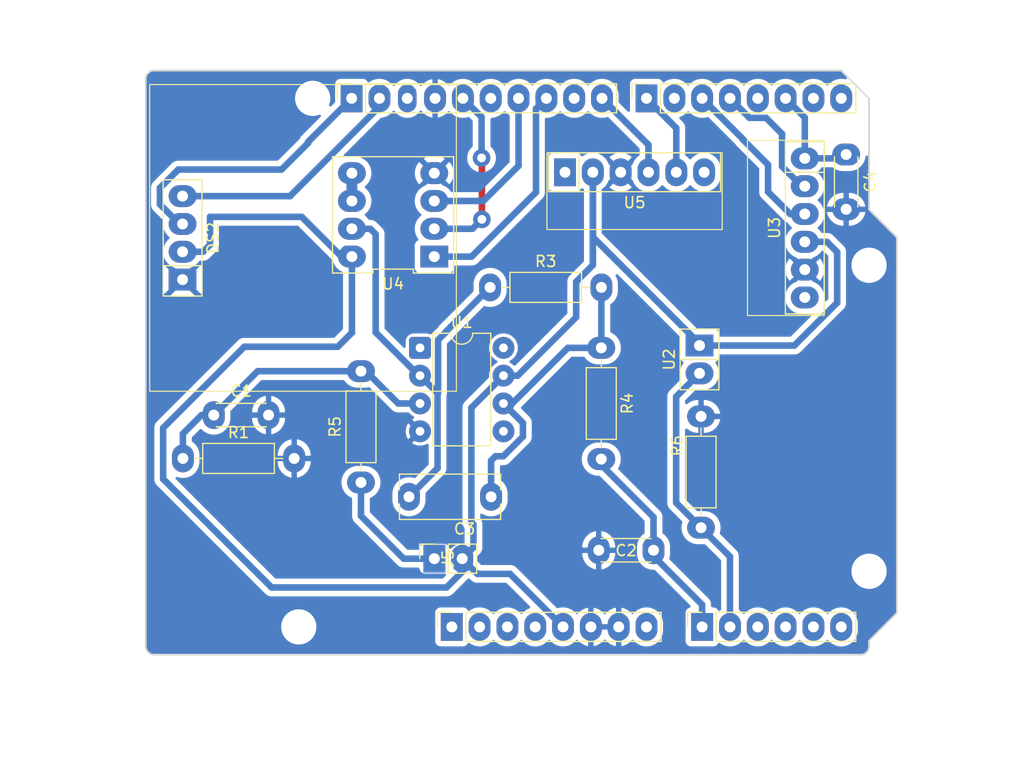
<source format=kicad_pcb>
(kicad_pcb (version 20241229) (generator "pcbnew") (generator_version "9.0")
  (title_block (title "PCB Capteur en graphite") (date "2025-03-27") (company "INSA Toulouse") (comment 1 "Gomes Correia Joakim") (comment 2 "Sauviac Lucie") (comment 3 "Poujol Nicolas"))
  (layers (0 "F.Cu" signal) (2 "B.Cu" signal) (13 "F.Paste" user) (15 "B.Paste" user) (5 "F.SilkS" user "F.Silkscreen") (7 "B.SilkS" user "B.Silkscreen") (1 "F.Mask" user) (3 "B.Mask" user) (25 "Edge.Cuts" user))
  (net 0 "")
  (net 1 "GND")
  (net 3 "+5V")
  (net 4 "/IOREF")
  (net 5 "FS_ADC")
  (net 6 "/A2")
  (net 7 "/A3")
  (net 8 "CLK")
  (net 9 "SCL")
  (net 10 "SDA")
  (net 11 "/12")
  (net 12 "/AREF")
  (net 13 "SDI")
  (net 14 "/TX{slash}1")
  (net 15 "SCK")
  (net 16 "CS")
  (net 17 "TX")
  (net 18 "RX")
  (net 19 "DATA")
  (net 20 "/*6")
  (net 21 "SWITCH")
  (net 22 "/RX{slash}0")
  (net 23 "/*3")
  (net 24 "/*9")
  (net 25 "+3V3")
  (net 26 "VCC")
  (net 27 "/~{RESET}")
  (net 28 "Net-(U1-+)")
  (net 29 "ADC")
  (net 30 "Net-(C3-Pad2)")
  (net 31 "Net-(J5-Pin_1)")
  (net 35 "B")
  (net 36 "Net-(U4-P0A)")
  (footprint "Connector_PinSocket_2.54mm:PinSocket_1x08_P2.54mm_Vertical" (layer "F.Cu") (at 127.94 97.46 90)
    (property "Reference" "J1" (hide yes))
    (property "Value" "Power")
    (fp_line (start 1.33 -1.33) (end 1.33 0) (stroke (width 0.12)) (layer "F.SilkS"))
    (fp_line (start 0 -1.33) (end 1.33 -1.33) (stroke (width 0.12)) (layer "F.SilkS"))
    (fp_line (start 1.33 1.27) (end 1.33 19.11) (stroke (width 0.12)) (layer "F.SilkS"))
    (fp_line (start -1.33 1.27) (end 1.33 1.27) (stroke (width 0.12)) (layer "F.SilkS"))
    (fp_line (start -1.33 1.27) (end -1.33 19.11) (stroke (width 0.12)) (layer "F.SilkS"))
    (fp_line (start -1.33 19.11) (end 1.33 19.11) (stroke (width 0.12)) (layer "F.SilkS"))
    (pad "1" thru_hole rect (at 0 0 90) (size 2.54 2) (drill 1) (layers "*.Cu" "*.Mask"))
    (pad "2" thru_hole oval (at 0 2.54 90) (size 2.54 2) (drill 1) (layers "*.Cu" "*.Mask") (net 4 "/IOREF"))
    (pad "3" thru_hole oval (at 0 5.08 90) (size 2.54 2) (drill 1) (layers "*.Cu" "*.Mask") (net 27 "/~{RESET}"))
    (pad "4" thru_hole oval (at 0 7.62 90) (size 2.54 2) (drill 1) (layers "*.Cu" "*.Mask") (net 25 "+3V3"))
    (pad "5" thru_hole oval (at 0 10.16 90) (size 2.54 2) (drill 1) (layers "*.Cu" "*.Mask") (net 3 "+5V"))
    (pad "6" thru_hole oval (at 0 12.7 90) (size 2.54 2) (drill 1) (layers "*.Cu" "*.Mask") (net 1 "GND"))
    (pad "7" thru_hole oval (at 0 15.24 90) (size 2.54 2) (drill 1) (layers "*.Cu" "*.Mask") (net 1 "GND"))
    (pad "8" thru_hole oval (at 0 17.78 90) (size 2.54 2) (drill 1) (layers "*.Cu" "*.Mask") (net 26 "VCC"))
  )
  (footprint "Connector_PinSocket_2.54mm:PinSocket_1x06_P2.54mm_Vertical" (layer "F.Cu") (at 150.8 97.46 90)
    (property "Reference" "J3" (hide yes))
    (property "Value" "Analog")
    (fp_line (start 1.33 -1.33) (end 1.33 0) (stroke (width 0.12)) (layer "F.SilkS"))
    (fp_line (start 0 -1.33) (end 1.33 -1.33) (stroke (width 0.12)) (layer "F.SilkS"))
    (fp_line (start 1.33 1.27) (end 1.33 14.03) (stroke (width 0.12)) (layer "F.SilkS"))
    (fp_line (start -1.33 1.27) (end 1.33 1.27) (stroke (width 0.12)) (layer "F.SilkS"))
    (fp_line (start -1.33 1.27) (end -1.33 14.03) (stroke (width 0.12)) (layer "F.SilkS"))
    (fp_line (start -1.33 14.03) (end 1.33 14.03) (stroke (width 0.12)) (layer "F.SilkS"))
    (pad "1" thru_hole rect (at 0 0 90) (size 2.54 2) (drill 1) (layers "*.Cu" "*.Mask") (net 29 "ADC"))
    (pad "2" thru_hole oval (at 0 2.54 90) (size 2.54 2) (drill 1) (layers "*.Cu" "*.Mask") (net 5 "FS_ADC"))
    (pad "3" thru_hole oval (at 0 5.08 90) (size 2.54 2) (drill 1) (layers "*.Cu" "*.Mask") (net 6 "/A2"))
    (pad "4" thru_hole oval (at 0 7.62 90) (size 2.54 2) (drill 1) (layers "*.Cu" "*.Mask") (net 7 "/A3"))
    (pad "5" thru_hole oval (at 0 10.16 90) (size 2.54 2) (drill 1) (layers "*.Cu" "*.Mask") (net 10 "SDA"))
    (pad "6" thru_hole oval (at 0 12.7 90) (size 2.54 2) (drill 1) (layers "*.Cu" "*.Mask") (net 9 "SCL"))
  )
  (footprint "Connector_PinSocket_2.54mm:PinSocket_1x10_P2.54mm_Vertical" (layer "F.Cu") (at 118.796 49.2 90)
    (property "Reference" "J2" (hide yes))
    (property "Value" "Digital/PWM")
    (fp_line (start 1.33 -1.33) (end 1.33 0) (stroke (width 0.12)) (layer "F.SilkS"))
    (fp_line (start 0 -1.33) (end 1.33 -1.33) (stroke (width 0.12)) (layer "F.SilkS"))
    (fp_line (start 1.33 1.27) (end 1.33 24.19) (stroke (width 0.12)) (layer "F.SilkS"))
    (fp_line (start -1.33 1.27) (end 1.33 1.27) (stroke (width 0.12)) (layer "F.SilkS"))
    (fp_line (start -1.33 1.27) (end -1.33 24.19) (stroke (width 0.12)) (layer "F.SilkS"))
    (fp_line (start -1.33 24.19) (end 1.33 24.19) (stroke (width 0.12)) (layer "F.SilkS"))
    (pad "1" thru_hole rect (at 0 0 90) (size 2.54 2) (drill 1) (layers "*.Cu" "*.Mask") (net 9 "SCL"))
    (pad "2" thru_hole oval (at 0 2.54 90) (size 2.54 2) (drill 1) (layers "*.Cu" "*.Mask") (net 10 "SDA"))
    (pad "3" thru_hole oval (at 0 5.08 90) (size 2.54 1.7) (drill 1) (layers "*.Cu" "*.Mask") (net 12 "/AREF"))
    (pad "4" thru_hole oval (at 0 7.62 90) (size 2.54 2) (drill 1) (layers "*.Cu" "*.Mask") (net 1 "GND"))
    (pad "5" thru_hole oval (at 0 10.16 90) (size 2.54 2) (drill 1) (layers "*.Cu" "*.Mask") (net 15 "SCK"))
    (pad "6" thru_hole oval (at 0 12.7 90) (size 2.54 2) (drill 1) (layers "*.Cu" "*.Mask") (net 11 "/12"))
    (pad "7" thru_hole oval (at 0 15.24 90) (size 2.54 2) (drill 1) (layers "*.Cu" "*.Mask") (net 13 "SDI"))
    (pad "8" thru_hole oval (at 0 17.78 90) (size 2.54 2) (drill 1) (layers "*.Cu" "*.Mask") (net 16 "CS"))
    (pad "9" thru_hole oval (at 0 20.32 90) (size 2.54 2) (drill 1) (layers "*.Cu" "*.Mask") (net 24 "/*9"))
    (pad "10" thru_hole oval (at 0 22.86 90) (size 2.54 2) (drill 1) (layers "*.Cu" "*.Mask") (net 17 "TX"))
  )
  (footprint "Connector_PinSocket_2.54mm:PinSocket_1x08_P2.54mm_Vertical" (layer "F.Cu") (at 145.72 49.2 90)
    (property "Reference" "J4" (hide yes))
    (property "Value" "Digital/PWM")
    (fp_line (start 1.33 -1.33) (end 1.33 0) (stroke (width 0.12)) (layer "F.SilkS"))
    (fp_line (start 0 -1.33) (end 1.33 -1.33) (stroke (width 0.12)) (layer "F.SilkS"))
    (fp_line (start 1.33 1.27) (end 1.33 19.11) (stroke (width 0.12)) (layer "F.SilkS"))
    (fp_line (start -1.33 1.27) (end 1.33 1.27) (stroke (width 0.12)) (layer "F.SilkS"))
    (fp_line (start -1.33 1.27) (end -1.33 19.11) (stroke (width 0.12)) (layer "F.SilkS"))
    (fp_line (start -1.33 19.11) (end 1.33 19.11) (stroke (width 0.12)) (layer "F.SilkS"))
    (pad "1" thru_hole rect (at 0 0 90) (size 2.54 2) (drill 1) (layers "*.Cu" "*.Mask") (net 18 "RX"))
    (pad "2" thru_hole oval (at 0 2.54 90) (size 2.54 2) (drill 1) (layers "*.Cu" "*.Mask") (net 20 "/*6"))
    (pad "3" thru_hole oval (at 0 5.08 90) (size 2.54 2) (drill 1) (layers "*.Cu" "*.Mask") (net 21 "SWITCH"))
    (pad "4" thru_hole oval (at 0 7.62 90) (size 2.54 2) (drill 1) (layers "*.Cu" "*.Mask") (net 19 "DATA"))
    (pad "5" thru_hole oval (at 0 10.16 90) (size 2.54 2) (drill 1) (layers "*.Cu" "*.Mask") (net 23 "/*3"))
    (pad "6" thru_hole oval (at 0 12.7 90) (size 2.54 2) (drill 1) (layers "*.Cu" "*.Mask") (net 8 "CLK"))
    (pad "7" thru_hole oval (at 0 15.24 90) (size 2.54 2) (drill 1) (layers "*.Cu" "*.Mask") (net 14 "/TX{slash}1"))
    (pad "8" thru_hole oval (at 0 17.78 90) (size 2.54 2) (drill 1) (layers "*.Cu" "*.Mask") (net 22 "/RX{slash}0"))
  )
  (footprint "ma_lib_empreinte:flex_sensor" (layer "F.Cu") (at 150.56 73.04 -90)
    (property "Reference" "U2" (at 0 2.77 90) (layer "F.SilkS"))
    (property "Value" "~")
    (fp_line (start -2.77 1.77) (end -2.77 -1.77) (stroke (width 0.12)) (layer "F.SilkS"))
    (fp_line (start 2.77 1.77) (end -2.77 1.77) (stroke (width 0.12)) (layer "F.SilkS"))
    (fp_line (start -2.77 -1.77) (end 2.77 -1.77) (stroke (width 0.12)) (layer "F.SilkS"))
    (fp_line (start 0 -1.77) (end 0 1.77) (stroke (width 0.12)) (layer "F.SilkS"))
    (fp_line (start 2.77 -1.77) (end 2.77 1.77) (stroke (width 0.12)) (layer "F.SilkS"))
    (pad "1" thru_hole rect (at -1.27 0 270) (size 2 2.54) (drill 1) (layers "*.Cu" "*.Mask") (net 3 "+5V"))
    (pad "2" thru_hole oval (at 1.27 0 270) (size 2 2.54) (drill 1) (layers "*.Cu" "*.Mask") (net 5 "FS_ADC"))
  )
  (footprint "ma_lib_empreinte:Bluetooth" (layer "F.Cu") (at 144.13 54.22)
    (property "Reference" "U5" (at 0.5 4.5 0) (layer "F.SilkS"))
    (property "Value" "U3 Bluetooth")
    (fp_line (start -7.35 -0.04) (end 8.35 -0.04) (stroke (width 0.12)) (layer "F.SilkS"))
    (fp_line (start -7.35 3.5) (end -7.35 -0.04) (stroke (width 0.12)) (layer "F.SilkS"))
    (fp_line (start -4.58 -0.04) (end -4.58 3.5) (stroke (width 0.12)) (layer "F.SilkS"))
    (fp_line (start 8.35 -0.04) (end 8.35 3.5) (stroke (width 0.12)) (layer "F.SilkS"))
    (fp_line (start 8.35 3.5) (end -7.35 3.5) (stroke (width 0.12)) (layer "F.SilkS"))
    (fp_rect (start -7.5 -0.04) (end 8.5 6.96) (stroke (width 0.1)) (fill no) (layer "F.SilkS"))
    (pad "1" thru_hole rect (at -5.85 1.73) (size 2 2.54) (drill 1) (layers "*.Cu" "*.Mask"))
    (pad "2" thru_hole oval (at -3.31 1.73) (size 2 2.54) (drill 1) (layers "*.Cu" "*.Mask") (net 3 "+5V"))
    (pad "3" thru_hole oval (at -0.77 1.73) (size 2 2.54) (drill 1) (layers "*.Cu" "*.Mask") (net 1 "GND"))
    (pad "4" thru_hole oval (at 1.77 1.73) (size 2 2.54) (drill 1) (layers "*.Cu" "*.Mask") (net 17 "TX"))
    (pad "5" thru_hole oval (at 4.31 1.73) (size 2 2.54) (drill 1) (layers "*.Cu" "*.Mask") (net 18 "RX"))
    (pad "6" thru_hole oval (at 6.85 1.73) (size 2 2.54) (drill 1) (layers "*.Cu" "*.Mask"))
  )
  (footprint "Resistor_THT:R_Axial_DIN0207_L6.3mm_D2.5mm_P10.16mm_Horizontal" (layer "F.Cu") (at 150.7 88.4 90)
    (property "Reference" "R6" (at 7.48 -2.19 90) (layer "F.SilkS"))
    (property "Value" "47k")
    (fp_line (start 8.35 -1.37) (end 1.81 -1.37) (stroke (width 0.12)) (layer "F.SilkS"))
    (fp_line (start 1.81 -1.37) (end 1.81 1.37) (stroke (width 0.12)) (layer "F.SilkS"))
    (fp_line (start 9.12 0) (end 8.35 0) (stroke (width 0.12)) (layer "F.SilkS"))
    (fp_line (start 1.04 0) (end 1.81 0) (stroke (width 0.12)) (layer "F.SilkS"))
    (fp_line (start 8.35 1.37) (end 8.35 -1.37) (stroke (width 0.12)) (layer "F.SilkS"))
    (fp_line (start 1.81 1.37) (end 8.35 1.37) (stroke (width 0.12)) (layer "F.SilkS"))
    (pad "1" thru_hole oval (at 0 0 90) (size 2 2.54) (drill 1) (layers "*.Cu" "*.Mask") (net 5 "FS_ADC"))
    (pad "2" thru_hole oval (at 10.16 0 90) (size 2 2.54) (drill 1) (layers "*.Cu" "*.Mask") (net 1 "GND"))
  )
  (footprint "Resistor_THT:R_Axial_DIN0207_L6.3mm_D2.5mm_P10.16mm_Horizontal" (layer "F.Cu") (at 141.59 71.98 -90)
    (property "Reference" "R4" (at 5.08 -2.37 90) (layer "F.SilkS"))
    (property "Value" "1k")
    (fp_line (start 1.81 1.37) (end 8.35 1.37) (stroke (width 0.12)) (layer "F.SilkS"))
    (fp_line (start 8.35 1.37) (end 8.35 -1.37) (stroke (width 0.12)) (layer "F.SilkS"))
    (fp_line (start 1.04 0) (end 1.81 0) (stroke (width 0.12)) (layer "F.SilkS"))
    (fp_line (start 9.12 0) (end 8.35 0) (stroke (width 0.12)) (layer "F.SilkS"))
    (fp_line (start 1.81 -1.37) (end 1.81 1.37) (stroke (width 0.12)) (layer "F.SilkS"))
    (fp_line (start 8.35 -1.37) (end 1.81 -1.37) (stroke (width 0.12)) (layer "F.SilkS"))
    (pad "1" thru_hole oval (at 0 0 270) (size 2 2.54) (drill 1) (layers "*.Cu" "*.Mask") (net 30 "Net-(C3-Pad2)"))
    (pad "2" thru_hole oval (at 10.16 0 270) (size 2 2.54) (drill 1) (layers "*.Cu" "*.Mask") (net 29 "ADC"))
  )
  (footprint "ma_lib_empreinte:pot_dig" (layer "F.Cu") (at 122.58 59.84 90)
    (property "Reference" "U4" (at -6.31 0 0) (layer "F.SilkS"))
    (property "Value" "~")
    (fp_line (start 5.31 -5.53) (end -5.31 -5.53) (stroke (width 0.12)) (layer "F.SilkS"))
    (fp_line (start -5.31 -5.53) (end -5.31 -1.843333) (stroke (width 0.12)) (layer "F.SilkS"))
    (fp_line (start -4.95 -1.843333) (end -4.95 1.843333) (stroke (width 0.12)) (layer "F.SilkS"))
    (fp_line (start -5.31 -1.843333) (end -4.95 -1.843333) (stroke (width 0.12)) (layer "F.SilkS"))
    (fp_line (start -4.95 1.843333) (end -5.31 1.843333) (stroke (width 0.12)) (layer "F.SilkS"))
    (fp_line (start -5.31 1.843333) (end -5.31 5.53) (stroke (width 0.12)) (layer "F.SilkS"))
    (fp_line (start 5.31 5.53) (end 5.31 -5.53) (stroke (width 0.12)) (layer "F.SilkS"))
    (fp_line (start -5.31 5.53) (end 5.31 5.53) (stroke (width 0.12)) (layer "F.SilkS"))
    (pad "1" thru_hole rect (at -3.81 3.76 90) (size 2 2.54) (drill 1) (layers "*.Cu" "*.Mask") (net 16 "CS"))
    (pad "2" thru_hole oval (at -1.27 3.76 90) (size 2 2.54) (drill 1) (layers "*.Cu" "*.Mask") (net 15 "SCK"))
    (pad "3" thru_hole oval (at 1.27 3.76 90) (size 2 2.54) (drill 1) (layers "*.Cu" "*.Mask") (net 13 "SDI"))
    (pad "4" thru_hole oval (at 3.81 3.76 90) (size 2 2.54) (drill 1) (layers "*.Cu" "*.Mask") (net 1 "GND"))
    (pad "5" thru_hole oval (at 3.81 -3.76 90) (size 2 2.54) (drill 1) (layers "*.Cu" "*.Mask") (net 36 "Net-(U4-P0A)"))
    (pad "6" thru_hole oval (at 1.27 -3.76 90) (size 2 2.54) (drill 1) (layers "*.Cu" "*.Mask") (net 36 "Net-(U4-P0A)"))
    (pad "7" thru_hole oval (at -1.27 -3.76 90) (size 2 2.54) (drill 1) (layers "*.Cu" "*.Mask") (net 35 "B"))
    (pad "8" thru_hole oval (at -3.81 -3.76 90) (size 2 2.54) (drill 1) (layers "*.Cu" "*.Mask") (net 3 "+5V"))
  )
  (footprint "ma_lib_empreinte:OLED" (layer "F.Cu") (at 103.36 61.94 90)
    (property "Reference" "DS2" (at 0 2.77 90) (layer "F.SilkS"))
    (property "Value" "Ecran_OLED")
    (fp_line (start 5.31 -1.77) (end 5.31 1.77) (stroke (width 0.12)) (layer "F.SilkS"))
    (fp_line (start -2.54 -1.77) (end -2.54 1.77) (stroke (width 0.12)) (layer "F.SilkS"))
    (fp_line (start -5.31 -1.77) (end 5.31 -1.77) (stroke (width 0.12)) (layer "F.SilkS"))
    (fp_line (start 5.31 1.77) (end -5.31 1.77) (stroke (width 0.12)) (layer "F.SilkS"))
    (fp_line (start -5.31 1.77) (end -5.31 -1.77) (stroke (width 0.12)) (layer "F.SilkS"))
    (fp_rect (start -14 -3) (end 14 25) (stroke (width 0.1)) (fill no) (layer "F.SilkS"))
    (pad "1" thru_hole rect (at -3.81 0 90) (size 2 2.54) (drill 1) (layers "*.Cu" "*.Mask") (net 1 "GND"))
    (pad "2" thru_hole oval (at -1.27 0 90) (size 2 2.54) (drill 1) (layers "*.Cu" "*.Mask") (net 3 "+5V"))
    (pad "3" thru_hole oval (at 1.27 0 90) (size 2 2.54) (drill 1) (layers "*.Cu" "*.Mask") (net 9 "SCL"))
    (pad "4" thru_hole oval (at 3.81 0 90) (size 2 2.54) (drill 1) (layers "*.Cu" "*.Mask") (net 10 "SDA"))
  )
  (footprint "Resistor_THT:R_Axial_DIN0207_L6.3mm_D2.5mm_P10.16mm_Horizontal" (layer "F.Cu") (at 103.39 82.08)
    (property "Reference" "R1" (at 5.08 -2.37 0) (layer "F.SilkS"))
    (property "Value" "100k")
    (fp_line (start 1.04 0) (end 1.81 0) (stroke (width 0.12)) (layer "F.SilkS"))
    (fp_line (start 1.81 -1.37) (end 1.81 1.37) (stroke (width 0.12)) (layer "F.SilkS"))
    (fp_line (start 1.81 1.37) (end 8.35 1.37) (stroke (width 0.12)) (layer "F.SilkS"))
    (fp_line (start 8.35 -1.37) (end 1.81 -1.37) (stroke (width 0.12)) (layer "F.SilkS"))
    (fp_line (start 8.35 1.37) (end 8.35 -1.37) (stroke (width 0.12)) (layer "F.SilkS"))
    (fp_line (start 9.12 0) (end 8.35 0) (stroke (width 0.12)) (layer "F.SilkS"))
    (pad "1" thru_hole oval (at 0 0) (size 2 2.54) (drill 1) (layers "*.Cu" "*.Mask") (net 28 "Net-(U1-+)"))
    (pad "2" thru_hole oval (at 10.16 0) (size 2 2.54) (drill 1) (layers "*.Cu" "*.Mask") (net 1 "GND"))
  )
  (footprint "Connector_PinSocket_2.54mm:PinSocket_1x02_P2.54mm_Vertical" (layer "F.Cu") (at 126.35 91.23 90)
    (property "Reference" "J5" (at -0.025 1.25 90) (layer "F.SilkS"))
    (property "Value" "Conn_01x02")
    (fp_line (start 1.33 -1.33) (end 1.33 0) (stroke (width 0.12)) (layer "F.SilkS"))
    (fp_line (start 0 -1.33) (end 1.33 -1.33) (stroke (width 0.12)) (layer "F.SilkS"))
    (fp_line (start 1.33 1.27) (end 1.33 3.87) (stroke (width 0.12)) (layer "F.SilkS"))
    (fp_line (start -1.33 1.27) (end 1.33 1.27) (stroke (width 0.12)) (layer "F.SilkS"))
    (fp_line (start -1.33 1.27) (end -1.33 3.87) (stroke (width 0.12)) (layer "F.SilkS"))
    (fp_line (start -1.33 3.87) (end 1.33 3.87) (stroke (width 0.12)) (layer "F.SilkS"))
    (pad "1" thru_hole rect (at 0 0 90) (size 2.54 2) (drill 1) (layers "*.Cu" "*.Mask") (net 31 "Net-(J5-Pin_1)"))
    (pad "2" thru_hole oval (at 0 2.54 90) (size 2.54 2) (drill 1) (layers "*.Cu" "*.Mask") (net 3 "+5V"))
  )
  (footprint "Arduino_MountingHole:MountingHole_3.2mm" (layer "F.Cu") (at 115.24 49.2)
    (property "Reference" "MH1" (hide yes))
    (property "Value" "MountingHole_3.2mm" (hide yes))
    (pad "" np_thru_hole circle (at 0 0) (size 3.2 3.2) (drill 3.2) (layers "*.Cu" "*.Mask"))
  )
  (footprint "ma_lib_empreinte:rotencodeur" (layer "F.Cu") (at 161.9 60.53 -90)
    (property "Reference" "U3" (at 0.5 4.5 90) (layer "F.SilkS"))
    (property "Value" "encodeur_Rota")
    (fp_line (start -7.35 3.5) (end -7.35 -0.04) (stroke (width 0.12)) (layer "F.SilkS"))
    (fp_line (start 8.35 3.5) (end -7.35 3.5) (stroke (width 0.12)) (layer "F.SilkS"))
    (fp_line (start -7.35 -0.04) (end 8.35 -0.04) (stroke (width 0.12)) (layer "F.SilkS"))
    (fp_line (start -4.58 -0.04) (end -4.58 3.5) (stroke (width 0.12)) (layer "F.SilkS"))
    (fp_line (start 8.35 -0.04) (end 8.35 3.5) (stroke (width 0.12)) (layer "F.SilkS"))
    (fp_rect (start -7.5 -0.04) (end 8.5 6.96) (stroke (width 0.1)) (fill no) (layer "F.SilkS"))
    (pad "1" thru_hole oval (at -5.85 1.73 270) (size 2 2.54) (drill 1) (layers "*.Cu" "*.Mask") (net 8 "CLK"))
    (pad "2" thru_hole oval (at -3.31 1.73 270) (size 2 2.54) (drill 1) (layers "*.Cu" "*.Mask") (net 19 "DATA"))
    (pad "3" thru_hole oval (at -0.77 1.73 270) (size 2 2.54) (drill 1) (layers "*.Cu" "*.Mask") (net 21 "SWITCH"))
    (pad "4" thru_hole oval (at 1.77 1.73 270) (size 2 2.54) (drill 1) (layers "*.Cu" "*.Mask") (net 3 "+5V"))
    (pad "5" thru_hole oval (at 4.31 1.73 270) (size 2 2.54) (drill 1) (layers "*.Cu" "*.Mask") (net 1 "GND"))
    (pad "6" thru_hole oval (at 6.85 1.73 270) (size 2 2.54) (drill 1) (layers "*.Cu" "*.Mask"))
  )
  (footprint "Capacitor_THT:C_Rect_L9.0mm_W3.9mm_P7.50mm_MKT" (layer "F.Cu") (at 124.03 85.58)
    (property "Reference" "C3" (at 5.08 2.94 0) (layer "F.SilkS"))
    (property "Value" "1u")
    (fp_line (start -0.87 -2.07) (end -0.87 -0.665) (stroke (width 0.12)) (layer "F.SilkS"))
    (fp_line (start -0.87 -2.07) (end 8.37 -2.07) (stroke (width 0.12)) (layer "F.SilkS"))
    (fp_line (start -0.87 0.665) (end -0.87 2.07) (stroke (width 0.12)) (layer "F.SilkS"))
    (fp_line (start -0.87 2.07) (end 8.37 2.07) (stroke (width 0.12)) (layer "F.SilkS"))
    (fp_line (start 8.37 -2.07) (end 8.37 -0.665) (stroke (width 0.12)) (layer "F.SilkS"))
    (fp_line (start 8.37 0.665) (end 8.37 2.07) (stroke (width 0.12)) (layer "F.SilkS"))
    (pad "1" thru_hole oval (at 0 0) (size 2 2.54) (drill 1) (layers "*.Cu" "*.Mask") (net 35 "B"))
    (pad "2" thru_hole oval (at 7.5 0) (size 2 2.54) (drill 1) (layers "*.Cu" "*.Mask") (net 30 "Net-(C3-Pad2)"))
  )
  (footprint "Capacitor_THT:C_Disc_D4.3mm_W1.9mm_P5.00mm" (layer "F.Cu") (at 106.21 78.12)
    (property "Reference" "C1" (at 2.5 -2.2 0) (layer "F.SilkS"))
    (property "Value" "100n")
    (fp_line (start 0.23 -1.07) (end 0.23 -1.055) (stroke (width 0.12)) (layer "F.SilkS"))
    (fp_line (start 0.23 -1.07) (end 4.77 -1.07) (stroke (width 0.12)) (layer "F.SilkS"))
    (fp_line (start 0.23 1.055) (end 0.23 1.07) (stroke (width 0.12)) (layer "F.SilkS"))
    (fp_line (start 0.23 1.07) (end 4.77 1.07) (stroke (width 0.12)) (layer "F.SilkS"))
    (fp_line (start 4.77 -1.07) (end 4.77 -1.055) (stroke (width 0.12)) (layer "F.SilkS"))
    (fp_line (start 4.77 1.055) (end 4.77 1.07) (stroke (width 0.12)) (layer "F.SilkS"))
    (pad "1" thru_hole oval (at 0 0) (size 2 2.54) (drill 1) (layers "*.Cu" "*.Mask") (net 28 "Net-(U1-+)"))
    (pad "2" thru_hole oval (at 5 0) (size 2 2.54) (drill 1) (layers "*.Cu" "*.Mask") (net 1 "GND"))
  )
  (footprint "Package_DIP:DIP-8_W7.62mm" (layer "F.Cu") (at 125.04 71.98)
    (property "Reference" "U1" (at 3.81 -2.33 0) (layer "F.SilkS"))
    (property "Value" "LTC1050")
    (fp_line (start 1.16 -1.33) (end 1.16 8.95) (stroke (width 0.12)) (layer "F.SilkS"))
    (fp_line (start 1.16 8.95) (end 6.46 8.95) (stroke (width 0.12)) (layer "F.SilkS"))
    (fp_line (start 2.81 -1.33) (end 1.16 -1.33) (stroke (width 0.12)) (layer "F.SilkS"))
    (fp_line (start 6.46 -1.33) (end 4.81 -1.33) (stroke (width 0.12)) (layer "F.SilkS"))
    (fp_line (start 6.46 8.95) (end 6.46 -1.33) (stroke (width 0.12)) (layer "F.SilkS"))
    (fp_arc (start 4.81 -1.33) (mid 3.81 -0.33) (end 2.81 -1.33) (stroke (width 0.12)) (layer "F.SilkS"))
    (pad "1" thru_hole roundrect (at 0 0) (size 2 2) (drill 0.8) (layers "*.Cu" "*.Mask") (roundrect_rratio 0.15625))
    (pad "2" thru_hole circle (at 0 2.54) (size 2 2) (drill 0.8) (layers "*.Cu" "*.Mask") (net 35 "B"))
    (pad "3" thru_hole circle (at 0 5.08) (size 2 2) (drill 0.8) (layers "*.Cu" "*.Mask") (net 28 "Net-(U1-+)"))
    (pad "4" thru_hole circle (at 0 7.62) (size 2 2) (drill 0.8) (layers "*.Cu" "*.Mask") (net 1 "GND"))
    (pad "5" thru_hole circle (at 7.62 7.62) (size 2 2) (drill 0.8) (layers "*.Cu" "*.Mask"))
    (pad "6" thru_hole circle (at 7.62 5.08) (size 2 2) (drill 0.8) (layers "*.Cu" "*.Mask") (net 30 "Net-(C3-Pad2)"))
    (pad "7" thru_hole circle (at 7.62 2.54) (size 2 2) (drill 0.8) (layers "*.Cu" "*.Mask") (net 3 "+5V"))
    (pad "8" thru_hole circle (at 7.62 0) (size 2 2) (drill 0.8) (layers "*.Cu" "*.Mask" "Dwgs.User"))
  )
  (footprint "Capacitor_THT:C_Disc_D4.3mm_W1.9mm_P5.00mm" (layer "F.Cu") (at 146.36 90.46 180)
    (property "Reference" "C2" (at 2.5 -0.03 0) (layer "F.SilkS"))
    (property "Value" "100n")
    (fp_line (start 4.77 1.055) (end 4.77 1.07) (stroke (width 0.12)) (layer "F.SilkS"))
    (fp_line (start 4.77 -1.07) (end 4.77 -1.055) (stroke (width 0.12)) (layer "F.SilkS"))
    (fp_line (start 0.23 1.07) (end 4.77 1.07) (stroke (width 0.12)) (layer "F.SilkS"))
    (fp_line (start 0.23 1.055) (end 0.23 1.07) (stroke (width 0.12)) (layer "F.SilkS"))
    (fp_line (start 0.23 -1.07) (end 4.77 -1.07) (stroke (width 0.12)) (layer "F.SilkS"))
    (fp_line (start 0.23 -1.07) (end 0.23 -1.055) (stroke (width 0.12)) (layer "F.SilkS"))
    (pad "1" thru_hole oval (at 0 0 180) (size 2 2.54) (drill 1) (layers "*.Cu" "*.Mask") (net 29 "ADC"))
    (pad "2" thru_hole oval (at 5 0 180) (size 2 2.54) (drill 1) (layers "*.Cu" "*.Mask") (net 1 "GND"))
  )
  (footprint "Capacitor_THT:C_Disc_D4.3mm_W1.9mm_P5.00mm" (layer "F.Cu") (at 163.95 54.33 -90)
    (property "Reference" "C4" (at 2.5 -2.2 90) (layer "F.SilkS"))
    (property "Value" "100n")
    (fp_line (start 0.23 1.07) (end 4.77 1.07) (stroke (width 0.12)) (layer "F.SilkS"))
    (fp_line (start 0.23 1.055) (end 0.23 1.07) (stroke (width 0.12)) (layer "F.SilkS"))
    (fp_line (start 4.77 1.055) (end 4.77 1.07) (stroke (width 0.12)) (layer "F.SilkS"))
    (fp_line (start 0.23 -1.07) (end 0.23 -1.055) (stroke (width 0.12)) (layer "F.SilkS"))
    (fp_line (start 0.23 -1.07) (end 4.77 -1.07) (stroke (width 0.12)) (layer "F.SilkS"))
    (fp_line (start 4.77 -1.07) (end 4.77 -1.055) (stroke (width 0.12)) (layer "F.SilkS"))
    (pad "1" thru_hole oval (at 0 0 270) (size 2 2.54) (drill 1) (layers "*.Cu" "*.Mask") (net 8 "CLK"))
    (pad "2" thru_hole oval (at 5 0 270) (size 2 2.54) (drill 1) (layers "*.Cu" "*.Mask") (net 1 "GND"))
  )
  (footprint "Resistor_THT:R_Axial_DIN0207_L6.3mm_D2.5mm_P10.16mm_Horizontal" (layer "F.Cu") (at 119.65 84.27 90)
    (property "Reference" "R5" (at 5.08 -2.37 90) (layer "F.SilkS"))
    (property "Value" "10k")
    (fp_line (start 8.35 -1.37) (end 1.81 -1.37) (stroke (width 0.12)) (layer "F.SilkS"))
    (fp_line (start 1.81 -1.37) (end 1.81 1.37) (stroke (width 0.12)) (layer "F.SilkS"))
    (fp_line (start 9.12 0) (end 8.35 0) (stroke (width 0.12)) (layer "F.SilkS"))
    (fp_line (start 1.04 0) (end 1.81 0) (stroke (width 0.12)) (layer "F.SilkS"))
    (fp_line (start 8.35 1.37) (end 8.35 -1.37) (stroke (width 0.12)) (layer "F.SilkS"))
    (fp_line (start 1.81 1.37) (end 8.35 1.37) (stroke (width 0.12)) (layer "F.SilkS"))
    (pad "1" thru_hole oval (at 0 0 90) (size 2 2.54) (drill 1) (layers "*.Cu" "*.Mask") (net 31 "Net-(J5-Pin_1)"))
    (pad "2" thru_hole oval (at 10.16 0 90) (size 2 2.54) (drill 1) (layers "*.Cu" "*.Mask") (net 28 "Net-(U1-+)"))
  )
  (footprint "Resistor_THT:R_Axial_DIN0207_L6.3mm_D2.5mm_P10.16mm_Horizontal" (layer "F.Cu") (at 131.44 66.46)
    (property "Reference" "R3" (at 5.08 -2.37 0) (layer "F.SilkS"))
    (property "Value" "100k")
    (fp_line (start 1.04 0) (end 1.81 0) (stroke (width 0.12)) (layer "F.SilkS"))
    (fp_line (start 1.81 -1.37) (end 1.81 1.37) (stroke (width 0.12)) (layer "F.SilkS"))
    (fp_line (start 1.81 1.37) (end 8.35 1.37) (stroke (width 0.12)) (layer "F.SilkS"))
    (fp_line (start 8.35 -1.37) (end 1.81 -1.37) (stroke (width 0.12)) (layer "F.SilkS"))
    (fp_line (start 8.35 1.37) (end 8.35 -1.37) (stroke (width 0.12)) (layer "F.SilkS"))
    (fp_line (start 9.12 0) (end 8.35 0) (stroke (width 0.12)) (layer "F.SilkS"))
    (pad "1" thru_hole oval (at 0 0) (size 2 2.54) (drill 1) (layers "*.Cu" "*.Mask") (net 35 "B"))
    (pad "2" thru_hole oval (at 10.16 0) (size 2 2.54) (drill 1) (layers "*.Cu" "*.Mask") (net 30 "Net-(C3-Pad2)"))
  )
  (footprint "Arduino_MountingHole:MountingHole_3.2mm" (layer "F.Cu") (at 113.97 97.46)
    (property "Reference" "MH2" (hide yes))
    (property "Value" "MountingHole_3.2mm" (hide yes))
    (pad "" np_thru_hole circle (at 0 0) (size 3.2 3.2) (drill 3.2) (layers "*.Cu" "*.Mask"))
  )
  (footprint "Arduino_MountingHole:MountingHole_3.2mm" (layer "F.Cu") (at 166.04 64.44)
    (property "Reference" "MH3" (hide yes))
    (property "Value" "MountingHole_3.2mm" (hide yes))
    (pad "" np_thru_hole circle (at 0 0) (size 3.2 3.2) (drill 3.2) (layers "*.Cu" "*.Mask"))
  )
  (footprint "Arduino_MountingHole:MountingHole_3.2mm" (layer "F.Cu") (at 166.04 92.38)
    (property "Reference" "MH4" (hide yes))
    (property "Value" "MountingHole_3.2mm" (hide yes))
    (pad "" np_thru_hole circle (at 0 0) (size 3.2 3.2) (drill 3.2) (layers "*.Cu" "*.Mask"))
  )
  (gr_line (start 166.04 59.36) (end 168.58 61.9) (stroke (width 0.15)) (layer "Edge.Cuts"))
  (gr_line (start 100 99.238) (end 100 47.422) (stroke (width 0.15)) (layer "Edge.Cuts"))
  (gr_line (start 168.58 61.9) (end 168.58 96.19) (stroke (width 0.15)) (layer "Edge.Cuts"))
  (gr_line (start 165.278 100) (end 100.762 100) (stroke (width 0.15)) (layer "Edge.Cuts"))
  (gr_line (start 100.762 46.66) (end 163.5 46.66) (stroke (width 0.15)) (layer "Edge.Cuts"))
  (gr_arc (start 100.762 100) (mid 100.223185 99.776815) (end 100 99.238) (stroke (width 0.15)) (layer "Edge.Cuts"))
  (gr_line (start 168.58 96.19) (end 166.04 98.73) (stroke (width 0.15)) (layer "Edge.Cuts"))
  (gr_line (start 163.5 46.66) (end 166.04 49.2) (stroke (width 0.15)) (layer "Edge.Cuts"))
  (gr_arc (start 166.04 99.238) (mid 165.816815 99.776815) (end 165.278 100) (stroke (width 0.15)) (layer "Edge.Cuts"))
  (gr_line (start 166.04 49.2) (end 166.04 59.36) (stroke (width 0.15)) (layer "Edge.Cuts"))
  (gr_line (start 166.04 98.73) (end 166.04 99.238) (stroke (width 0.15)) (layer "Edge.Cuts"))
  (gr_arc (start 99.996816 47.418815) (mid 100.22 46.88) (end 100.758815 46.656816) (stroke (width 0.15)) (layer "Edge.Cuts"))
  (segment (start 109 71.88) (end 117.54 71.88) (width 0.6) (layer "B.Cu") (net 3))
  (segment (start 163.13 63.24) (end 162.19 62.3) (width 0.6) (layer "B.Cu") (net 3))
  (segment (start 119.09 63.65) (end 118.82 63.65) (width 1) (layer "B.Cu") (net 3))
  (segment (start 129.729 77.451) (end 129.729 87.919) (width 0.6) (layer "B.Cu") (net 3))
  (segment (start 118.38 63.21) (end 118.82 63.65) (width 0.6) (layer "B.Cu") (net 3))
  (segment (start 105.87 60.02) (end 114.24 60.02) (width 0.6) (layer "B.Cu") (net 3))
  (segment (start 140.82 55.95) (end 140.82 64.140158) (width 0.6) (layer "B.Cu") (net 3))
  (segment (start 139.3015 69.1785) (end 133.96 74.52) (width 0.6) (layer "B.Cu") (net 3))
  (segment (start 118.83 70.59) (end 118.82 70.58) (width 0.6) (layer "B.Cu") (net 3))
  (segment (start 133.96 74.52) (end 132.66 74.52) (width 0.6) (layer "B.Cu") (net 3))
  (segment (start 140.82 55.95) (end 140.82 64.423001) (width 0.6) (layer "B.Cu") (net 3))
  (segment (start 139.3015 65.9415) (end 139.3015 69.1785) (width 0.6) (layer "B.Cu") (net 3))
  (segment (start 101.589 83.959) (end 111.49 93.86) (width 0.6) (layer "B.Cu") (net 3))
  (segment (start 140.82 61.86) (end 150.56 71.6) (width 0.6) (layer "B.Cu") (net 3))
  (segment (start 127.462081 93.86) (end 128.89 92.432081) (width 0.6) (layer "B.Cu") (net 3))
  (segment (start 150.56 71.6) (end 150.56 71.77) (width 0.6) (layer "B.Cu") (net 3))
  (segment (start 138.1 97.46) (end 133.258919 92.618919) (width 0.6) (layer "B.Cu") (net 3))
  (segment (start 114.24 60.02) (end 117.87 63.65) (width 0.6) (layer "B.Cu") (net 3))
  (segment (start 150.56 71.77) (end 150.29 71.77) (width 1) (layer "B.Cu") (net 3))
  (segment (start 159.22 71.77) (end 163.13 67.86) (width 0.6) (layer "B.Cu") (net 3))
  (segment (start 129.729 87.919) (end 129.92 88.11) (width 0.6) (layer "B.Cu") (net 3))
  (segment (start 109 71.88) (end 101.589 79.291) (width 0.6) (layer "B.Cu") (net 3))
  (segment (start 162.19 62.3) (end 160.17 62.3) (width 0.6) (layer "B.Cu") (net 3))
  (segment (start 111.49 93.86) (end 127.462081 93.86) (width 0.6) (layer "B.Cu") (net 3))
  (segment (start 117.87 63.65) (end 118.82 63.65) (width 0.6) (layer "B.Cu") (net 3))
  (segment (start 101.589 79.291) (end 101.589 83.959) (width 0.6) (layer "B.Cu") (net 3))
  (segment (start 130.278919 92.618919) (end 132.5 92.618919) (width 0.6) (layer "B.Cu") (net 3))
  (segment (start 140.82 61.86) (end 140.82 62.03) (width 0.6) (layer "B.Cu") (net 3))
  (segment (start 105.23 63.21) (end 105.87 62.57) (width 0.6) (layer "B.Cu") (net 3))
  (segment (start 140.82 64.423001) (end 139.3015 65.9415) (width 0.6) (layer "B.Cu") (net 3))
  (segment (start 133.258919 92.618919) (end 132.5 92.618919) (width 0.6) (layer "B.Cu") (net 3))
  (segment (start 103.36 63.21) (end 105.23 63.21) (width 0.6) (layer "B.Cu") (net 3))
  (segment (start 105.87 62.57) (end 105.87 60.02) (width 0.6) (layer "B.Cu") (net 3))
  (segment (start 129.92 88.11) (end 129.92 90.2) (width 0.6) (layer "B.Cu") (net 3))
  (segment (start 132.66 74.52) (end 129.729 77.451) (width 0.6) (layer "B.Cu") (net 3))
  (segment (start 163.13 67.86) (end 163.13 63.24) (width 0.6) (layer "B.Cu") (net 3))
  (segment (start 140.82 55.95) (end 140.82 61.86) (width 0.6) (layer "B.Cu") (net 3))
  (segment (start 118.82 70.58) (end 118.82 63.65) (width 0.6) (layer "B.Cu") (net 3))
  (segment (start 117.54 71.88) (end 118.83 70.59) (width 0.6) (layer "B.Cu") (net 3))
  (segment (start 128.89 91.23) (end 130.278919 92.618919) (width 0.6) (layer "B.Cu") (net 3))
  (segment (start 129.92 90.2) (end 128.89 91.23) (width 0.6) (layer "B.Cu") (net 3))
  (segment (start 128.89 92.432081) (end 128.89 91.23) (width 0.6) (layer "B.Cu") (net 3))
  (segment (start 118.82 63.65) (end 118.309 63.139) (width 1) (layer "B.Cu") (net 3))
  (segment (start 150.56 71.77) (end 159.22 71.77) (width 0.6) (layer "B.Cu") (net 3))
  (segment (start 148.429 86.129) (end 148.429 76.441) (width 0.6) (layer "B.Cu") (net 5))
  (segment (start 153.34 91.04) (end 150.7 88.4) (width 0.6) (layer "B.Cu") (net 5))
  (segment (start 153.34 97.46) (end 153.34 91.04) (width 0.6) (layer "B.Cu") (net 5))
  (segment (start 148.429 76.441) (end 150.56 74.31) (width 0.6) (layer "B.Cu") (net 5))
  (segment (start 150.7 88.4) (end 148.429 86.129) (width 0.6) (layer "B.Cu") (net 5))
  (segment (start 160.17 54.68) (end 160.17 50.95) (width 0.6) (layer "B.Cu") (net 8))
  (segment (start 160.17 54.68) (end 163.6 54.68) (width 0.6) (layer "B.Cu") (net 8))
  (segment (start 160.17 50.95) (end 158.42 49.2) (width 0.6) (layer "B.Cu") (net 8))
  (segment (start 163.6 54.68) (end 163.95 54.33) (width 0.6) (layer "B.Cu") (net 8))
  (segment (start 102.973001 55.7) (end 101.289 57.384001) (width 0.6) (layer "B.Cu") (net 9))
  (segment (start 112.4 55.7) (end 102.973001 55.7) (width 0.6) (layer "B.Cu") (net 9))
  (segment (start 114.818 53.178) (end 114.818 53.282) (width 0.6) (layer "B.Cu") (net 9))
  (segment (start 101.289 57.384001) (end 101.289 58.875999) (width 0.6) (layer "B.Cu") (net 9))
  (segment (start 103.083001 60.67) (end 103.36 60.67) (width 0.6) (layer "B.Cu") (net 9))
  (segment (start 118.796 49.2) (end 114.818 53.178) (width 0.6) (layer "B.Cu") (net 9))
  (segment (start 101.289 58.875999) (end 103.083001 60.67) (width 0.6) (layer "B.Cu") (net 9))
  (segment (start 114.818 53.282) (end 112.4 55.7) (width 0.6) (layer "B.Cu") (net 9))
  (segment (start 121.336 49.962) (end 121.336 49.2) (width 0.6) (layer "B.Cu") (net 10))
  (segment (start 113.168 58.13) (end 121.336 49.962) (width 0.6) (layer "B.Cu") (net 10))
  (segment (start 103.36 58.13) (end 113.168 58.13) (width 0.6) (layer "B.Cu") (net 10))
  (segment (start 130.83 58.57) (end 134.036 55.364) (width 0.6) (layer "B.Cu") (net 13))
  (segment (start 126.34 58.57) (end 130.83 58.57) (width 0.6) (layer "B.Cu") (net 13))
  (segment (start 134.036 55.364) (end 134.036 49.2) (width 0.6) (layer "B.Cu") (net 13))
  (segment (start 130.69 60.25) (end 130.69 54.67) (width 0.6) (layer "F.Cu") (net 15))
  (segment (start 130.69 54.67) (end 130.66 54.64) (width 0.6) (layer "F.Cu") (net 15))
  (via (at 130.66 54.64) (size 1.6) (drill 0.8) (layers "F.Cu" "B.Cu") (net 15))
  (via (at 130.69 60.25) (size 1.6) (drill 0.8) (layers "F.Cu" "B.Cu") (net 15))
  (segment (start 128.956 49.27771) (end 128.956 49.2) (width 1) (layer "B.Cu") (net 15))
  (segment (start 130.66 54.64) (end 130.66 50.904) (width 0.6) (layer "B.Cu") (net 15))
  (segment (start 130.66 50.904) (end 128.956 49.2) (width 0.6) (layer "B.Cu") (net 15))
  (segment (start 129.83 61.11) (end 130.69 60.25) (width 0.6) (layer "B.Cu") (net 15))
  (segment (start 126.34 61.11) (end 129.83 61.11) (width 0.6) (layer "B.Cu") (net 15))
  (segment (start 129.75 63.65) (end 135.63 57.77) (width 0.6) (layer "B.Cu") (net 16))
  (segment (start 135.63 50.146) (end 136.576 49.2) (width 0.6) (layer "B.Cu") (net 16))
  (segment (start 135.63 57.77) (end 135.63 50.146) (width 0.6) (layer "B.Cu") (net 16))
  (segment (start 126.34 63.65) (end 129.75 63.65) (width 0.6) (layer "B.Cu") (net 16))
  (segment (start 143.22 50.764) (end 141.656 49.2) (width 0.6) (layer "B.Cu") (net 17))
  (segment (start 141.656 49.2) (end 145.9 53.444) (width 0.6) (layer "B.Cu") (net 17))
  (segment (start 145.9 53.444) (end 145.9 55.95) (width 0.6) (layer "B.Cu") (net 17))
  (segment (start 148.44 51.92) (end 145.72 49.2) (width 0.6) (layer "B.Cu") (net 18))
  (segment (start 145.76 49.24) (end 145.72 49.2) (width 1) (layer "B.Cu") (net 18))
  (segment (start 148.44 55.95) (end 148.44 51.92) (width 0.6) (layer "B.Cu") (net 18))
  (segment (start 158.1 52.45) (end 156.63 50.98) (width 0.6) (layer "B.Cu") (net 19))
  (segment (start 160.17 57.22) (end 159.893001 57.22) (width 0.6) (layer "B.Cu") (net 19))
  (segment (start 159.893001 57.22) (end 158.1 55.426999) (width 0.6) (layer "B.Cu") (net 19))
  (segment (start 158.1 55.426999) (end 158.1 52.45) (width 0.6) (layer "B.Cu") (net 19))
  (segment (start 156.63 50.98) (end 155.12 50.98) (width 0.6) (layer "B.Cu") (net 19))
  (segment (start 155.12 50.98) (end 153.34 49.2) (width 0.6) (layer "B.Cu") (net 19))
  (segment (start 154.55 52.95) (end 154.55 52.99) (width 0.6) (layer "B.Cu") (net 21))
  (segment (start 154.55 52.99) (end 156.82 55.26) (width 0.6) (layer "B.Cu") (net 21))
  (segment (start 150.8 49.2) (end 154.55 52.95) (width 0.6) (layer "B.Cu") (net 21))
  (segment (start 156.82 57.74) (end 158.84 59.76) (width 0.6) (layer "B.Cu") (net 21))
  (segment (start 150.8 49.27771) (end 150.8 49.2) (width 1) (layer "B.Cu") (net 21))
  (segment (start 156.82 55.26) (end 156.82 57.74) (width 0.6) (layer "B.Cu") (net 21))
  (segment (start 158.84 59.76) (end 160.17 59.76) (width 0.6) (layer "B.Cu") (net 21))
  (segment (start 106.21 78.12) (end 108.63 75.7) (width 0.6) (layer "B.Cu") (net 28))
  (segment (start 123.05 77.06) (end 125.04 77.06) (width 0.6) (layer "B.Cu") (net 28))
  (segment (start 110.22 74.11) (end 108.63 75.7) (width 0.6) (layer "B.Cu") (net 28))
  (segment (start 119.65 74.11) (end 110.22 74.11) (width 0.6) (layer "B.Cu") (net 28))
  (segment (start 119.65 74.11) (end 120.1 74.11) (width 0.6) (layer "B.Cu") (net 28))
  (segment (start 103.39 79.82) (end 105.09 78.12) (width 0.6) (layer "B.Cu") (net 28))
  (segment (start 120.1 74.11) (end 123.05 77.06) (width 0.6) (layer "B.Cu") (net 28))
  (segment (start 103.39 82.08) (end 103.39 79.82) (width 0.6) (layer "B.Cu") (net 28))
  (segment (start 105.09 78.12) (end 106.21 78.12) (width 0.6) (layer "B.Cu") (net 28))
  (segment (start 146.36 90.46) (end 146.36 90.99) (width 0.6) (layer "B.Cu") (net 29))
  (segment (start 146.36 87.44) (end 146.36 90.46) (width 0.6) (layer "B.Cu") (net 29))
  (segment (start 141.59 82.14) (end 141.59 82.67) (width 0.6) (layer "B.Cu") (net 29))
  (segment (start 141.59 82.67) (end 146.36 87.44) (width 0.6) (layer "B.Cu") (net 29))
  (segment (start 146.36 90.99) (end 150.8 95.43) (width 0.6) (layer "B.Cu") (net 29))
  (segment (start 150.8 95.43) (end 150.8 97.46) (width 0.6) (layer "B.Cu") (net 29))
  (segment (start 134.435 78.835) (end 132.66 77.06) (width 0.6) (layer "B.Cu") (net 30))
  (segment (start 131.93 81.88) (end 132.644156 81.88) (width 0.6) (layer "B.Cu") (net 30))
  (segment (start 141.6 66.46) (end 141.6 71.97) (width 0.6) (layer "B.Cu") (net 30))
  (segment (start 133.46 77.06) (end 138.54 71.98) (width 0.6) (layer "B.Cu") (net 30))
  (segment (start 131.53 82.28) (end 131.93 81.88) (width 0.6) (layer "B.Cu") (net 30))
  (segment (start 131.53 85.58) (end 131.53 82.28) (width 0.6) (layer "B.Cu") (net 30))
  (segment (start 132.66 77.06) (end 133.46 77.06) (width 0.6) (layer "B.Cu") (net 30))
  (segment (start 134.435 80.089156) (end 134.435 78.835) (width 0.6) (layer "B.Cu") (net 30))
  (segment (start 132.644156 81.88) (end 134.435 80.089156) (width 0.6) (layer "B.Cu") (net 30))
  (segment (start 138.54 71.98) (end 141.59 71.98) (width 0.6) (layer "B.Cu") (net 30))
  (segment (start 141.6 71.97) (end 141.59 71.98) (width 0.6) (layer "B.Cu") (net 30))
  (segment (start 119.65 87.33) (end 123.55 91.23) (width 0.6) (layer "B.Cu") (net 31))
  (segment (start 123.55 91.23) (end 126.35 91.23) (width 0.6) (layer "B.Cu") (net 31))
  (segment (start 119.65 84.27) (end 119.65 87.33) (width 0.6) (layer "B.Cu") (net 31))
  (segment (start 127.44 70.46) (end 131.44 66.46) (width 0.6) (layer "B.Cu") (net 35))
  (segment (start 120.499 61.11) (end 120.99 61.601) (width 0.6) (layer "B.Cu") (net 35))
  (segment (start 124.03 85.58) (end 126.641 82.969) (width 0.6) (layer "B.Cu") (net 35))
  (segment (start 126.69 71.26) (end 127.44 70.51) (width 0.6) (layer "B.Cu") (net 35))
  (segment (start 127.44 70.51) (end 127.44 70.46) (width 0.6) (layer "B.Cu") (net 35))
  (segment (start 124.03 85.58) (end 124.03 85.28) (width 0.6) (layer "B.Cu") (net 35))
  (segment (start 126.69 76.072) (end 126.69 71.26) (width 0.6) (layer "B.Cu") (net 35))
  (segment (start 126.641 76.121) (end 126.69 76.072) (width 0.6) (layer "B.Cu") (net 35))
  (segment (start 124.94 74.52) (end 125.04 74.52) (width 0.6) (layer "B.Cu") (net 35))
  (segment (start 126.641 82.969) (end 126.641 76.121) (width 0.6) (layer "B.Cu") (net 35))
  (segment (start 126.641 76.121) (end 125.04 74.52) (width 0.6) (layer "B.Cu") (net 35))
  (segment (start 118.82 61.11) (end 120.499 61.11) (width 0.6) (layer "B.Cu") (net 35))
  (segment (start 120.99 70.57) (end 124.94 74.52) (width 0.6) (layer "B.Cu") (net 35))
  (segment (start 120.99 61.601) (end 120.99 70.57) (width 0.6) (layer "B.Cu") (net 35))
  (segment (start 118.82 56.03) (end 118.82 58.57) (width 1) (layer "B.Cu") (net 36))
  (zone (net 1) (net_name "GND") (layer "B.Cu") (connect_pads (clearance 0.508)) (min_thickness 0.25) (fill yes (thermal_gap 0.5) (thermal_bridge_width 0.5))
    (polygon (pts (xy 86.69 40.22) (xy 180.2 40.85) (xy 180.2 108.34) (xy 86.91 109.82) (xy 87.61 40.43)))
  )
)
</source>
